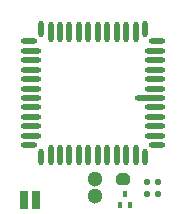
<source format=gbs>
%FSLAX25Y25*%
%MOIN*%
G70*
G01*
G75*
G04 Layer_Color=16711935*
%ADD10C,0.00800*%
%ADD11R,0.01969X0.01969*%
%ADD12R,0.01969X0.01969*%
%ADD13R,0.02756X0.05118*%
%ADD14R,0.09370X0.06496*%
%ADD15R,0.00984X0.02756*%
%ADD16R,0.01929X0.01181*%
%ADD17R,0.02047X0.01181*%
%ADD18R,0.06299X0.03543*%
%ADD19R,0.01102X0.01969*%
%ADD20R,0.12205X0.12205*%
%ADD21R,0.00984X0.02362*%
%ADD22R,0.02362X0.00984*%
%ADD23R,0.10709X0.05079*%
%ADD24R,0.05787X0.04449*%
%ADD25R,0.03000X0.03000*%
%ADD26R,0.04449X0.05787*%
%ADD27R,0.03000X0.03000*%
%ADD28R,0.04331X0.03543*%
%ADD29C,0.02000*%
%ADD30C,0.00600*%
%ADD31C,0.01200*%
%ADD32C,0.01000*%
%ADD33C,0.00500*%
%ADD34C,0.05118*%
%ADD35C,0.01400*%
%ADD36C,0.01969*%
%ADD37R,0.01063X0.02047*%
%ADD38R,0.01417X0.02047*%
%ADD39R,0.02953X0.05906*%
%ADD40O,0.01575X0.05299*%
%ADD41O,0.01575X0.06874*%
%ADD42O,0.05299X0.01575*%
%ADD43O,0.06874X0.01575*%
%ADD44O,0.10024X0.01575*%
%ADD45R,0.08000X0.06300*%
%ADD46C,0.00984*%
%ADD47C,0.00394*%
%ADD48C,0.00787*%
%ADD49R,0.00984X0.01969*%
%ADD50R,0.05118X0.02756*%
%ADD51R,0.05512X0.05512*%
%ADD52R,0.05512X0.05906*%
%ADD53R,0.02756X0.00000*%
%ADD54R,0.02169X0.02169*%
%ADD55R,0.02169X0.02169*%
%ADD56R,0.02956X0.05318*%
%ADD57R,0.10173X0.07299*%
%ADD58R,0.01787X0.03559*%
%ADD59R,0.02323X0.01575*%
%ADD60R,0.02441X0.01575*%
%ADD61R,0.06850X0.04095*%
%ADD62R,0.01654X0.02520*%
%ADD63R,0.12405X0.12405*%
%ADD64R,0.10909X0.05279*%
%ADD65R,0.05987X0.04649*%
%ADD66R,0.03200X0.03200*%
%ADD67R,0.04649X0.05987*%
%ADD68R,0.03200X0.03200*%
%ADD69R,0.04531X0.03743*%
%ADD70C,0.00200*%
%ADD71C,0.02169*%
%ADD72R,0.01000X0.04000*%
%ADD73R,0.01263X0.02247*%
%ADD74R,0.01617X0.02247*%
%ADD75O,0.01775X0.05499*%
%ADD76O,0.01775X0.07074*%
%ADD77O,0.05499X0.01775*%
%ADD78O,0.07074X0.01775*%
%ADD79O,0.10224X0.01775*%
G36*
X35000Y8800D02*
X34000D01*
X33000Y9800D01*
Y11800D01*
X34000Y12800D01*
X35000D01*
Y8800D01*
D02*
G37*
G36*
X37700Y11800D02*
Y9800D01*
X36700Y8800D01*
X35700D01*
Y12800D01*
X36700D01*
X37700Y11800D01*
D02*
G37*
D34*
X26100Y5094D02*
D03*
Y11000D02*
D03*
D39*
X2431Y3900D02*
D03*
X6368D02*
D03*
D70*
X25591Y68898D02*
D03*
X55118Y25591D02*
D03*
X-3937D02*
D03*
D71*
X43332Y5931D02*
D03*
Y9868D02*
D03*
X47269Y5931D02*
D03*
Y9868D02*
D03*
D72*
X35400Y10800D02*
D03*
D73*
X37775Y2171D02*
D03*
X34625D02*
D03*
D74*
X36200Y6029D02*
D03*
D75*
X42823Y18150D02*
D03*
X8177D02*
D03*
Y60850D02*
D03*
X42823D02*
D03*
D76*
X39673Y18937D02*
D03*
X36524D02*
D03*
X33374D02*
D03*
X30224D02*
D03*
X27075D02*
D03*
X23925D02*
D03*
X20776D02*
D03*
X17626D02*
D03*
X14476D02*
D03*
X11327D02*
D03*
Y60063D02*
D03*
X14476D02*
D03*
X17626D02*
D03*
X20776D02*
D03*
X23925D02*
D03*
X27075D02*
D03*
X30224D02*
D03*
X33374D02*
D03*
X36524D02*
D03*
X39673D02*
D03*
D77*
X4150Y22177D02*
D03*
Y56823D02*
D03*
X46850D02*
D03*
Y22177D02*
D03*
D78*
X4937Y25327D02*
D03*
Y28476D02*
D03*
Y31626D02*
D03*
Y34776D02*
D03*
Y37925D02*
D03*
Y41075D02*
D03*
Y44224D02*
D03*
Y47374D02*
D03*
Y50524D02*
D03*
Y53673D02*
D03*
X46063D02*
D03*
Y50524D02*
D03*
Y47374D02*
D03*
Y44224D02*
D03*
Y41075D02*
D03*
Y34776D02*
D03*
Y31626D02*
D03*
Y28476D02*
D03*
Y25327D02*
D03*
D79*
X44488Y37925D02*
D03*
M02*

</source>
